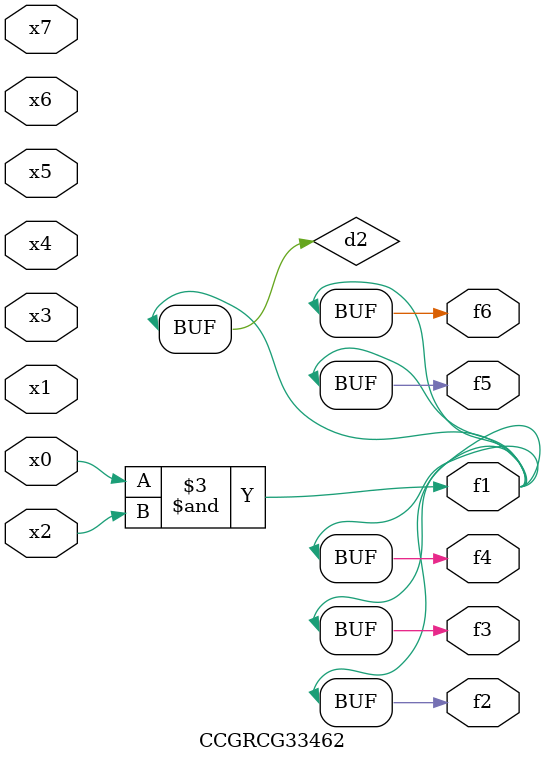
<source format=v>
module CCGRCG33462(
	input x0, x1, x2, x3, x4, x5, x6, x7,
	output f1, f2, f3, f4, f5, f6
);

	wire d1, d2;

	nor (d1, x3, x6);
	and (d2, x0, x2);
	assign f1 = d2;
	assign f2 = d2;
	assign f3 = d2;
	assign f4 = d2;
	assign f5 = d2;
	assign f6 = d2;
endmodule

</source>
